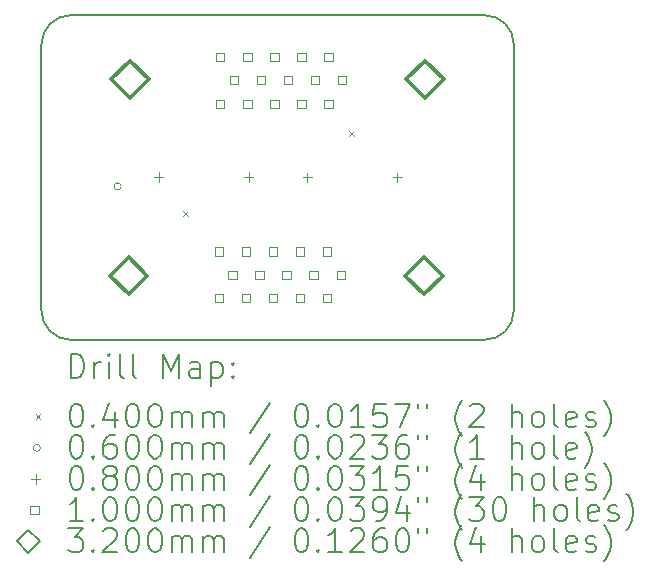
<source format=gbr>
%FSLAX45Y45*%
G04 Gerber Fmt 4.5, Leading zero omitted, Abs format (unit mm)*
G04 Created by KiCad (PCBNEW (6.0.2)) date 2022-07-31 16:51:35*
%MOMM*%
%LPD*%
G01*
G04 APERTURE LIST*
%TA.AperFunction,Profile*%
%ADD10C,0.200000*%
%TD*%
%ADD11C,0.200000*%
%ADD12C,0.040000*%
%ADD13C,0.060000*%
%ADD14C,0.080000*%
%ADD15C,0.100000*%
%ADD16C,0.320000*%
G04 APERTURE END LIST*
D10*
X12500000Y-10000000D02*
G75*
G03*
X12750000Y-10250000I250000J0D01*
G01*
X16250000Y-10250000D02*
G75*
G03*
X16500000Y-10000000I0J250000D01*
G01*
X16500000Y-7750000D02*
G75*
G03*
X16250000Y-7500000I-250000J0D01*
G01*
X12750000Y-7500000D02*
G75*
G03*
X12500000Y-7750000I0J-250000D01*
G01*
X12500000Y-10000000D02*
X12500000Y-7750000D01*
X16250000Y-10250000D02*
X12750000Y-10250000D01*
X16500000Y-7750000D02*
X16500000Y-10000000D01*
X12750000Y-7500000D02*
X16250000Y-7500000D01*
D11*
D12*
X13700232Y-9160825D02*
X13740232Y-9200825D01*
X13740232Y-9160825D02*
X13700232Y-9200825D01*
X15107175Y-8481877D02*
X15147175Y-8521877D01*
X15147175Y-8481877D02*
X15107175Y-8521877D01*
D13*
X13174323Y-8948823D02*
G75*
G03*
X13174323Y-8948823I-30000J0D01*
G01*
D14*
X13491825Y-8832057D02*
X13491825Y-8912057D01*
X13451825Y-8872057D02*
X13531825Y-8872057D01*
X14253825Y-8832057D02*
X14253825Y-8912057D01*
X14213825Y-8872057D02*
X14293825Y-8872057D01*
X14750965Y-8832825D02*
X14750965Y-8912825D01*
X14710965Y-8872825D02*
X14790965Y-8872825D01*
X15512965Y-8832825D02*
X15512965Y-8912825D01*
X15472965Y-8872825D02*
X15552965Y-8872825D01*
D15*
X14038456Y-9535356D02*
X14038456Y-9464644D01*
X13967744Y-9464644D01*
X13967744Y-9535356D01*
X14038456Y-9535356D01*
X14038456Y-9931356D02*
X14038456Y-9860644D01*
X13967744Y-9860644D01*
X13967744Y-9931356D01*
X14038456Y-9931356D01*
X14049356Y-7889356D02*
X14049356Y-7818644D01*
X13978644Y-7818644D01*
X13978644Y-7889356D01*
X14049356Y-7889356D01*
X14049356Y-8285356D02*
X14049356Y-8214644D01*
X13978644Y-8214644D01*
X13978644Y-8285356D01*
X14049356Y-8285356D01*
X14152956Y-9733356D02*
X14152956Y-9662644D01*
X14082244Y-9662644D01*
X14082244Y-9733356D01*
X14152956Y-9733356D01*
X14163856Y-8087356D02*
X14163856Y-8016644D01*
X14093144Y-8016644D01*
X14093144Y-8087356D01*
X14163856Y-8087356D01*
X14267456Y-9535356D02*
X14267456Y-9464644D01*
X14196744Y-9464644D01*
X14196744Y-9535356D01*
X14267456Y-9535356D01*
X14267456Y-9931356D02*
X14267456Y-9860644D01*
X14196744Y-9860644D01*
X14196744Y-9931356D01*
X14267456Y-9931356D01*
X14278356Y-7889356D02*
X14278356Y-7818644D01*
X14207644Y-7818644D01*
X14207644Y-7889356D01*
X14278356Y-7889356D01*
X14278356Y-8285356D02*
X14278356Y-8214644D01*
X14207644Y-8214644D01*
X14207644Y-8285356D01*
X14278356Y-8285356D01*
X14381956Y-9733356D02*
X14381956Y-9662644D01*
X14311244Y-9662644D01*
X14311244Y-9733356D01*
X14381956Y-9733356D01*
X14392856Y-8087356D02*
X14392856Y-8016644D01*
X14322144Y-8016644D01*
X14322144Y-8087356D01*
X14392856Y-8087356D01*
X14496456Y-9535356D02*
X14496456Y-9464644D01*
X14425744Y-9464644D01*
X14425744Y-9535356D01*
X14496456Y-9535356D01*
X14496456Y-9931356D02*
X14496456Y-9860644D01*
X14425744Y-9860644D01*
X14425744Y-9931356D01*
X14496456Y-9931356D01*
X14507356Y-7889356D02*
X14507356Y-7818644D01*
X14436644Y-7818644D01*
X14436644Y-7889356D01*
X14507356Y-7889356D01*
X14507356Y-8285356D02*
X14507356Y-8214644D01*
X14436644Y-8214644D01*
X14436644Y-8285356D01*
X14507356Y-8285356D01*
X14610956Y-9733356D02*
X14610956Y-9662644D01*
X14540244Y-9662644D01*
X14540244Y-9733356D01*
X14610956Y-9733356D01*
X14621856Y-8087356D02*
X14621856Y-8016644D01*
X14551144Y-8016644D01*
X14551144Y-8087356D01*
X14621856Y-8087356D01*
X14725456Y-9535356D02*
X14725456Y-9464644D01*
X14654744Y-9464644D01*
X14654744Y-9535356D01*
X14725456Y-9535356D01*
X14725456Y-9931356D02*
X14725456Y-9860644D01*
X14654744Y-9860644D01*
X14654744Y-9931356D01*
X14725456Y-9931356D01*
X14736356Y-7889356D02*
X14736356Y-7818644D01*
X14665644Y-7818644D01*
X14665644Y-7889356D01*
X14736356Y-7889356D01*
X14736356Y-8285356D02*
X14736356Y-8214644D01*
X14665644Y-8214644D01*
X14665644Y-8285356D01*
X14736356Y-8285356D01*
X14839956Y-9733356D02*
X14839956Y-9662644D01*
X14769244Y-9662644D01*
X14769244Y-9733356D01*
X14839956Y-9733356D01*
X14850856Y-8087356D02*
X14850856Y-8016644D01*
X14780144Y-8016644D01*
X14780144Y-8087356D01*
X14850856Y-8087356D01*
X14954456Y-9535356D02*
X14954456Y-9464644D01*
X14883744Y-9464644D01*
X14883744Y-9535356D01*
X14954456Y-9535356D01*
X14954456Y-9931356D02*
X14954456Y-9860644D01*
X14883744Y-9860644D01*
X14883744Y-9931356D01*
X14954456Y-9931356D01*
X14965356Y-7889356D02*
X14965356Y-7818644D01*
X14894644Y-7818644D01*
X14894644Y-7889356D01*
X14965356Y-7889356D01*
X14965356Y-8285356D02*
X14965356Y-8214644D01*
X14894644Y-8214644D01*
X14894644Y-8285356D01*
X14965356Y-8285356D01*
X15068956Y-9733356D02*
X15068956Y-9662644D01*
X14998244Y-9662644D01*
X14998244Y-9733356D01*
X15068956Y-9733356D01*
X15079856Y-8087356D02*
X15079856Y-8016644D01*
X15009144Y-8016644D01*
X15009144Y-8087356D01*
X15079856Y-8087356D01*
D16*
X13237600Y-9865000D02*
X13397600Y-9705000D01*
X13237600Y-9545000D01*
X13077600Y-9705000D01*
X13237600Y-9865000D01*
X13248500Y-8205000D02*
X13408500Y-8045000D01*
X13248500Y-7885000D01*
X13088500Y-8045000D01*
X13248500Y-8205000D01*
X15737600Y-9865000D02*
X15897600Y-9705000D01*
X15737600Y-9545000D01*
X15577600Y-9705000D01*
X15737600Y-9865000D01*
X15748500Y-8205000D02*
X15908500Y-8045000D01*
X15748500Y-7885000D01*
X15588500Y-8045000D01*
X15748500Y-8205000D01*
D11*
X12747619Y-10570476D02*
X12747619Y-10370476D01*
X12795238Y-10370476D01*
X12823809Y-10380000D01*
X12842857Y-10399048D01*
X12852381Y-10418095D01*
X12861905Y-10456190D01*
X12861905Y-10484762D01*
X12852381Y-10522857D01*
X12842857Y-10541905D01*
X12823809Y-10560952D01*
X12795238Y-10570476D01*
X12747619Y-10570476D01*
X12947619Y-10570476D02*
X12947619Y-10437143D01*
X12947619Y-10475238D02*
X12957143Y-10456190D01*
X12966667Y-10446667D01*
X12985714Y-10437143D01*
X13004762Y-10437143D01*
X13071428Y-10570476D02*
X13071428Y-10437143D01*
X13071428Y-10370476D02*
X13061905Y-10380000D01*
X13071428Y-10389524D01*
X13080952Y-10380000D01*
X13071428Y-10370476D01*
X13071428Y-10389524D01*
X13195238Y-10570476D02*
X13176190Y-10560952D01*
X13166667Y-10541905D01*
X13166667Y-10370476D01*
X13300000Y-10570476D02*
X13280952Y-10560952D01*
X13271428Y-10541905D01*
X13271428Y-10370476D01*
X13528571Y-10570476D02*
X13528571Y-10370476D01*
X13595238Y-10513333D01*
X13661905Y-10370476D01*
X13661905Y-10570476D01*
X13842857Y-10570476D02*
X13842857Y-10465714D01*
X13833333Y-10446667D01*
X13814286Y-10437143D01*
X13776190Y-10437143D01*
X13757143Y-10446667D01*
X13842857Y-10560952D02*
X13823809Y-10570476D01*
X13776190Y-10570476D01*
X13757143Y-10560952D01*
X13747619Y-10541905D01*
X13747619Y-10522857D01*
X13757143Y-10503810D01*
X13776190Y-10494286D01*
X13823809Y-10494286D01*
X13842857Y-10484762D01*
X13938095Y-10437143D02*
X13938095Y-10637143D01*
X13938095Y-10446667D02*
X13957143Y-10437143D01*
X13995238Y-10437143D01*
X14014286Y-10446667D01*
X14023809Y-10456190D01*
X14033333Y-10475238D01*
X14033333Y-10532381D01*
X14023809Y-10551429D01*
X14014286Y-10560952D01*
X13995238Y-10570476D01*
X13957143Y-10570476D01*
X13938095Y-10560952D01*
X14119048Y-10551429D02*
X14128571Y-10560952D01*
X14119048Y-10570476D01*
X14109524Y-10560952D01*
X14119048Y-10551429D01*
X14119048Y-10570476D01*
X14119048Y-10446667D02*
X14128571Y-10456190D01*
X14119048Y-10465714D01*
X14109524Y-10456190D01*
X14119048Y-10446667D01*
X14119048Y-10465714D01*
D12*
X12450000Y-10880000D02*
X12490000Y-10920000D01*
X12490000Y-10880000D02*
X12450000Y-10920000D01*
D11*
X12785714Y-10790476D02*
X12804762Y-10790476D01*
X12823809Y-10800000D01*
X12833333Y-10809524D01*
X12842857Y-10828571D01*
X12852381Y-10866667D01*
X12852381Y-10914286D01*
X12842857Y-10952381D01*
X12833333Y-10971429D01*
X12823809Y-10980952D01*
X12804762Y-10990476D01*
X12785714Y-10990476D01*
X12766667Y-10980952D01*
X12757143Y-10971429D01*
X12747619Y-10952381D01*
X12738095Y-10914286D01*
X12738095Y-10866667D01*
X12747619Y-10828571D01*
X12757143Y-10809524D01*
X12766667Y-10800000D01*
X12785714Y-10790476D01*
X12938095Y-10971429D02*
X12947619Y-10980952D01*
X12938095Y-10990476D01*
X12928571Y-10980952D01*
X12938095Y-10971429D01*
X12938095Y-10990476D01*
X13119048Y-10857143D02*
X13119048Y-10990476D01*
X13071428Y-10780952D02*
X13023809Y-10923810D01*
X13147619Y-10923810D01*
X13261905Y-10790476D02*
X13280952Y-10790476D01*
X13300000Y-10800000D01*
X13309524Y-10809524D01*
X13319048Y-10828571D01*
X13328571Y-10866667D01*
X13328571Y-10914286D01*
X13319048Y-10952381D01*
X13309524Y-10971429D01*
X13300000Y-10980952D01*
X13280952Y-10990476D01*
X13261905Y-10990476D01*
X13242857Y-10980952D01*
X13233333Y-10971429D01*
X13223809Y-10952381D01*
X13214286Y-10914286D01*
X13214286Y-10866667D01*
X13223809Y-10828571D01*
X13233333Y-10809524D01*
X13242857Y-10800000D01*
X13261905Y-10790476D01*
X13452381Y-10790476D02*
X13471428Y-10790476D01*
X13490476Y-10800000D01*
X13500000Y-10809524D01*
X13509524Y-10828571D01*
X13519048Y-10866667D01*
X13519048Y-10914286D01*
X13509524Y-10952381D01*
X13500000Y-10971429D01*
X13490476Y-10980952D01*
X13471428Y-10990476D01*
X13452381Y-10990476D01*
X13433333Y-10980952D01*
X13423809Y-10971429D01*
X13414286Y-10952381D01*
X13404762Y-10914286D01*
X13404762Y-10866667D01*
X13414286Y-10828571D01*
X13423809Y-10809524D01*
X13433333Y-10800000D01*
X13452381Y-10790476D01*
X13604762Y-10990476D02*
X13604762Y-10857143D01*
X13604762Y-10876190D02*
X13614286Y-10866667D01*
X13633333Y-10857143D01*
X13661905Y-10857143D01*
X13680952Y-10866667D01*
X13690476Y-10885714D01*
X13690476Y-10990476D01*
X13690476Y-10885714D02*
X13700000Y-10866667D01*
X13719048Y-10857143D01*
X13747619Y-10857143D01*
X13766667Y-10866667D01*
X13776190Y-10885714D01*
X13776190Y-10990476D01*
X13871428Y-10990476D02*
X13871428Y-10857143D01*
X13871428Y-10876190D02*
X13880952Y-10866667D01*
X13900000Y-10857143D01*
X13928571Y-10857143D01*
X13947619Y-10866667D01*
X13957143Y-10885714D01*
X13957143Y-10990476D01*
X13957143Y-10885714D02*
X13966667Y-10866667D01*
X13985714Y-10857143D01*
X14014286Y-10857143D01*
X14033333Y-10866667D01*
X14042857Y-10885714D01*
X14042857Y-10990476D01*
X14433333Y-10780952D02*
X14261905Y-11038095D01*
X14690476Y-10790476D02*
X14709524Y-10790476D01*
X14728571Y-10800000D01*
X14738095Y-10809524D01*
X14747619Y-10828571D01*
X14757143Y-10866667D01*
X14757143Y-10914286D01*
X14747619Y-10952381D01*
X14738095Y-10971429D01*
X14728571Y-10980952D01*
X14709524Y-10990476D01*
X14690476Y-10990476D01*
X14671428Y-10980952D01*
X14661905Y-10971429D01*
X14652381Y-10952381D01*
X14642857Y-10914286D01*
X14642857Y-10866667D01*
X14652381Y-10828571D01*
X14661905Y-10809524D01*
X14671428Y-10800000D01*
X14690476Y-10790476D01*
X14842857Y-10971429D02*
X14852381Y-10980952D01*
X14842857Y-10990476D01*
X14833333Y-10980952D01*
X14842857Y-10971429D01*
X14842857Y-10990476D01*
X14976190Y-10790476D02*
X14995238Y-10790476D01*
X15014286Y-10800000D01*
X15023809Y-10809524D01*
X15033333Y-10828571D01*
X15042857Y-10866667D01*
X15042857Y-10914286D01*
X15033333Y-10952381D01*
X15023809Y-10971429D01*
X15014286Y-10980952D01*
X14995238Y-10990476D01*
X14976190Y-10990476D01*
X14957143Y-10980952D01*
X14947619Y-10971429D01*
X14938095Y-10952381D01*
X14928571Y-10914286D01*
X14928571Y-10866667D01*
X14938095Y-10828571D01*
X14947619Y-10809524D01*
X14957143Y-10800000D01*
X14976190Y-10790476D01*
X15233333Y-10990476D02*
X15119048Y-10990476D01*
X15176190Y-10990476D02*
X15176190Y-10790476D01*
X15157143Y-10819048D01*
X15138095Y-10838095D01*
X15119048Y-10847619D01*
X15414286Y-10790476D02*
X15319048Y-10790476D01*
X15309524Y-10885714D01*
X15319048Y-10876190D01*
X15338095Y-10866667D01*
X15385714Y-10866667D01*
X15404762Y-10876190D01*
X15414286Y-10885714D01*
X15423809Y-10904762D01*
X15423809Y-10952381D01*
X15414286Y-10971429D01*
X15404762Y-10980952D01*
X15385714Y-10990476D01*
X15338095Y-10990476D01*
X15319048Y-10980952D01*
X15309524Y-10971429D01*
X15490476Y-10790476D02*
X15623809Y-10790476D01*
X15538095Y-10990476D01*
X15690476Y-10790476D02*
X15690476Y-10828571D01*
X15766667Y-10790476D02*
X15766667Y-10828571D01*
X16061905Y-11066667D02*
X16052381Y-11057143D01*
X16033333Y-11028571D01*
X16023809Y-11009524D01*
X16014286Y-10980952D01*
X16004762Y-10933333D01*
X16004762Y-10895238D01*
X16014286Y-10847619D01*
X16023809Y-10819048D01*
X16033333Y-10800000D01*
X16052381Y-10771429D01*
X16061905Y-10761905D01*
X16128571Y-10809524D02*
X16138095Y-10800000D01*
X16157143Y-10790476D01*
X16204762Y-10790476D01*
X16223809Y-10800000D01*
X16233333Y-10809524D01*
X16242857Y-10828571D01*
X16242857Y-10847619D01*
X16233333Y-10876190D01*
X16119048Y-10990476D01*
X16242857Y-10990476D01*
X16480952Y-10990476D02*
X16480952Y-10790476D01*
X16566667Y-10990476D02*
X16566667Y-10885714D01*
X16557143Y-10866667D01*
X16538095Y-10857143D01*
X16509524Y-10857143D01*
X16490476Y-10866667D01*
X16480952Y-10876190D01*
X16690476Y-10990476D02*
X16671428Y-10980952D01*
X16661905Y-10971429D01*
X16652381Y-10952381D01*
X16652381Y-10895238D01*
X16661905Y-10876190D01*
X16671428Y-10866667D01*
X16690476Y-10857143D01*
X16719048Y-10857143D01*
X16738095Y-10866667D01*
X16747619Y-10876190D01*
X16757143Y-10895238D01*
X16757143Y-10952381D01*
X16747619Y-10971429D01*
X16738095Y-10980952D01*
X16719048Y-10990476D01*
X16690476Y-10990476D01*
X16871429Y-10990476D02*
X16852381Y-10980952D01*
X16842857Y-10961905D01*
X16842857Y-10790476D01*
X17023810Y-10980952D02*
X17004762Y-10990476D01*
X16966667Y-10990476D01*
X16947619Y-10980952D01*
X16938095Y-10961905D01*
X16938095Y-10885714D01*
X16947619Y-10866667D01*
X16966667Y-10857143D01*
X17004762Y-10857143D01*
X17023810Y-10866667D01*
X17033333Y-10885714D01*
X17033333Y-10904762D01*
X16938095Y-10923810D01*
X17109524Y-10980952D02*
X17128571Y-10990476D01*
X17166667Y-10990476D01*
X17185714Y-10980952D01*
X17195238Y-10961905D01*
X17195238Y-10952381D01*
X17185714Y-10933333D01*
X17166667Y-10923810D01*
X17138095Y-10923810D01*
X17119048Y-10914286D01*
X17109524Y-10895238D01*
X17109524Y-10885714D01*
X17119048Y-10866667D01*
X17138095Y-10857143D01*
X17166667Y-10857143D01*
X17185714Y-10866667D01*
X17261905Y-11066667D02*
X17271429Y-11057143D01*
X17290476Y-11028571D01*
X17300000Y-11009524D01*
X17309524Y-10980952D01*
X17319048Y-10933333D01*
X17319048Y-10895238D01*
X17309524Y-10847619D01*
X17300000Y-10819048D01*
X17290476Y-10800000D01*
X17271429Y-10771429D01*
X17261905Y-10761905D01*
D13*
X12490000Y-11164000D02*
G75*
G03*
X12490000Y-11164000I-30000J0D01*
G01*
D11*
X12785714Y-11054476D02*
X12804762Y-11054476D01*
X12823809Y-11064000D01*
X12833333Y-11073524D01*
X12842857Y-11092571D01*
X12852381Y-11130667D01*
X12852381Y-11178286D01*
X12842857Y-11216381D01*
X12833333Y-11235428D01*
X12823809Y-11244952D01*
X12804762Y-11254476D01*
X12785714Y-11254476D01*
X12766667Y-11244952D01*
X12757143Y-11235428D01*
X12747619Y-11216381D01*
X12738095Y-11178286D01*
X12738095Y-11130667D01*
X12747619Y-11092571D01*
X12757143Y-11073524D01*
X12766667Y-11064000D01*
X12785714Y-11054476D01*
X12938095Y-11235428D02*
X12947619Y-11244952D01*
X12938095Y-11254476D01*
X12928571Y-11244952D01*
X12938095Y-11235428D01*
X12938095Y-11254476D01*
X13119048Y-11054476D02*
X13080952Y-11054476D01*
X13061905Y-11064000D01*
X13052381Y-11073524D01*
X13033333Y-11102095D01*
X13023809Y-11140190D01*
X13023809Y-11216381D01*
X13033333Y-11235428D01*
X13042857Y-11244952D01*
X13061905Y-11254476D01*
X13100000Y-11254476D01*
X13119048Y-11244952D01*
X13128571Y-11235428D01*
X13138095Y-11216381D01*
X13138095Y-11168762D01*
X13128571Y-11149714D01*
X13119048Y-11140190D01*
X13100000Y-11130667D01*
X13061905Y-11130667D01*
X13042857Y-11140190D01*
X13033333Y-11149714D01*
X13023809Y-11168762D01*
X13261905Y-11054476D02*
X13280952Y-11054476D01*
X13300000Y-11064000D01*
X13309524Y-11073524D01*
X13319048Y-11092571D01*
X13328571Y-11130667D01*
X13328571Y-11178286D01*
X13319048Y-11216381D01*
X13309524Y-11235428D01*
X13300000Y-11244952D01*
X13280952Y-11254476D01*
X13261905Y-11254476D01*
X13242857Y-11244952D01*
X13233333Y-11235428D01*
X13223809Y-11216381D01*
X13214286Y-11178286D01*
X13214286Y-11130667D01*
X13223809Y-11092571D01*
X13233333Y-11073524D01*
X13242857Y-11064000D01*
X13261905Y-11054476D01*
X13452381Y-11054476D02*
X13471428Y-11054476D01*
X13490476Y-11064000D01*
X13500000Y-11073524D01*
X13509524Y-11092571D01*
X13519048Y-11130667D01*
X13519048Y-11178286D01*
X13509524Y-11216381D01*
X13500000Y-11235428D01*
X13490476Y-11244952D01*
X13471428Y-11254476D01*
X13452381Y-11254476D01*
X13433333Y-11244952D01*
X13423809Y-11235428D01*
X13414286Y-11216381D01*
X13404762Y-11178286D01*
X13404762Y-11130667D01*
X13414286Y-11092571D01*
X13423809Y-11073524D01*
X13433333Y-11064000D01*
X13452381Y-11054476D01*
X13604762Y-11254476D02*
X13604762Y-11121143D01*
X13604762Y-11140190D02*
X13614286Y-11130667D01*
X13633333Y-11121143D01*
X13661905Y-11121143D01*
X13680952Y-11130667D01*
X13690476Y-11149714D01*
X13690476Y-11254476D01*
X13690476Y-11149714D02*
X13700000Y-11130667D01*
X13719048Y-11121143D01*
X13747619Y-11121143D01*
X13766667Y-11130667D01*
X13776190Y-11149714D01*
X13776190Y-11254476D01*
X13871428Y-11254476D02*
X13871428Y-11121143D01*
X13871428Y-11140190D02*
X13880952Y-11130667D01*
X13900000Y-11121143D01*
X13928571Y-11121143D01*
X13947619Y-11130667D01*
X13957143Y-11149714D01*
X13957143Y-11254476D01*
X13957143Y-11149714D02*
X13966667Y-11130667D01*
X13985714Y-11121143D01*
X14014286Y-11121143D01*
X14033333Y-11130667D01*
X14042857Y-11149714D01*
X14042857Y-11254476D01*
X14433333Y-11044952D02*
X14261905Y-11302095D01*
X14690476Y-11054476D02*
X14709524Y-11054476D01*
X14728571Y-11064000D01*
X14738095Y-11073524D01*
X14747619Y-11092571D01*
X14757143Y-11130667D01*
X14757143Y-11178286D01*
X14747619Y-11216381D01*
X14738095Y-11235428D01*
X14728571Y-11244952D01*
X14709524Y-11254476D01*
X14690476Y-11254476D01*
X14671428Y-11244952D01*
X14661905Y-11235428D01*
X14652381Y-11216381D01*
X14642857Y-11178286D01*
X14642857Y-11130667D01*
X14652381Y-11092571D01*
X14661905Y-11073524D01*
X14671428Y-11064000D01*
X14690476Y-11054476D01*
X14842857Y-11235428D02*
X14852381Y-11244952D01*
X14842857Y-11254476D01*
X14833333Y-11244952D01*
X14842857Y-11235428D01*
X14842857Y-11254476D01*
X14976190Y-11054476D02*
X14995238Y-11054476D01*
X15014286Y-11064000D01*
X15023809Y-11073524D01*
X15033333Y-11092571D01*
X15042857Y-11130667D01*
X15042857Y-11178286D01*
X15033333Y-11216381D01*
X15023809Y-11235428D01*
X15014286Y-11244952D01*
X14995238Y-11254476D01*
X14976190Y-11254476D01*
X14957143Y-11244952D01*
X14947619Y-11235428D01*
X14938095Y-11216381D01*
X14928571Y-11178286D01*
X14928571Y-11130667D01*
X14938095Y-11092571D01*
X14947619Y-11073524D01*
X14957143Y-11064000D01*
X14976190Y-11054476D01*
X15119048Y-11073524D02*
X15128571Y-11064000D01*
X15147619Y-11054476D01*
X15195238Y-11054476D01*
X15214286Y-11064000D01*
X15223809Y-11073524D01*
X15233333Y-11092571D01*
X15233333Y-11111619D01*
X15223809Y-11140190D01*
X15109524Y-11254476D01*
X15233333Y-11254476D01*
X15300000Y-11054476D02*
X15423809Y-11054476D01*
X15357143Y-11130667D01*
X15385714Y-11130667D01*
X15404762Y-11140190D01*
X15414286Y-11149714D01*
X15423809Y-11168762D01*
X15423809Y-11216381D01*
X15414286Y-11235428D01*
X15404762Y-11244952D01*
X15385714Y-11254476D01*
X15328571Y-11254476D01*
X15309524Y-11244952D01*
X15300000Y-11235428D01*
X15595238Y-11054476D02*
X15557143Y-11054476D01*
X15538095Y-11064000D01*
X15528571Y-11073524D01*
X15509524Y-11102095D01*
X15500000Y-11140190D01*
X15500000Y-11216381D01*
X15509524Y-11235428D01*
X15519048Y-11244952D01*
X15538095Y-11254476D01*
X15576190Y-11254476D01*
X15595238Y-11244952D01*
X15604762Y-11235428D01*
X15614286Y-11216381D01*
X15614286Y-11168762D01*
X15604762Y-11149714D01*
X15595238Y-11140190D01*
X15576190Y-11130667D01*
X15538095Y-11130667D01*
X15519048Y-11140190D01*
X15509524Y-11149714D01*
X15500000Y-11168762D01*
X15690476Y-11054476D02*
X15690476Y-11092571D01*
X15766667Y-11054476D02*
X15766667Y-11092571D01*
X16061905Y-11330667D02*
X16052381Y-11321143D01*
X16033333Y-11292571D01*
X16023809Y-11273524D01*
X16014286Y-11244952D01*
X16004762Y-11197333D01*
X16004762Y-11159238D01*
X16014286Y-11111619D01*
X16023809Y-11083048D01*
X16033333Y-11064000D01*
X16052381Y-11035429D01*
X16061905Y-11025905D01*
X16242857Y-11254476D02*
X16128571Y-11254476D01*
X16185714Y-11254476D02*
X16185714Y-11054476D01*
X16166667Y-11083048D01*
X16147619Y-11102095D01*
X16128571Y-11111619D01*
X16480952Y-11254476D02*
X16480952Y-11054476D01*
X16566667Y-11254476D02*
X16566667Y-11149714D01*
X16557143Y-11130667D01*
X16538095Y-11121143D01*
X16509524Y-11121143D01*
X16490476Y-11130667D01*
X16480952Y-11140190D01*
X16690476Y-11254476D02*
X16671428Y-11244952D01*
X16661905Y-11235428D01*
X16652381Y-11216381D01*
X16652381Y-11159238D01*
X16661905Y-11140190D01*
X16671428Y-11130667D01*
X16690476Y-11121143D01*
X16719048Y-11121143D01*
X16738095Y-11130667D01*
X16747619Y-11140190D01*
X16757143Y-11159238D01*
X16757143Y-11216381D01*
X16747619Y-11235428D01*
X16738095Y-11244952D01*
X16719048Y-11254476D01*
X16690476Y-11254476D01*
X16871429Y-11254476D02*
X16852381Y-11244952D01*
X16842857Y-11225905D01*
X16842857Y-11054476D01*
X17023810Y-11244952D02*
X17004762Y-11254476D01*
X16966667Y-11254476D01*
X16947619Y-11244952D01*
X16938095Y-11225905D01*
X16938095Y-11149714D01*
X16947619Y-11130667D01*
X16966667Y-11121143D01*
X17004762Y-11121143D01*
X17023810Y-11130667D01*
X17033333Y-11149714D01*
X17033333Y-11168762D01*
X16938095Y-11187809D01*
X17100000Y-11330667D02*
X17109524Y-11321143D01*
X17128571Y-11292571D01*
X17138095Y-11273524D01*
X17147619Y-11244952D01*
X17157143Y-11197333D01*
X17157143Y-11159238D01*
X17147619Y-11111619D01*
X17138095Y-11083048D01*
X17128571Y-11064000D01*
X17109524Y-11035429D01*
X17100000Y-11025905D01*
D14*
X12450000Y-11388000D02*
X12450000Y-11468000D01*
X12410000Y-11428000D02*
X12490000Y-11428000D01*
D11*
X12785714Y-11318476D02*
X12804762Y-11318476D01*
X12823809Y-11328000D01*
X12833333Y-11337524D01*
X12842857Y-11356571D01*
X12852381Y-11394667D01*
X12852381Y-11442286D01*
X12842857Y-11480381D01*
X12833333Y-11499428D01*
X12823809Y-11508952D01*
X12804762Y-11518476D01*
X12785714Y-11518476D01*
X12766667Y-11508952D01*
X12757143Y-11499428D01*
X12747619Y-11480381D01*
X12738095Y-11442286D01*
X12738095Y-11394667D01*
X12747619Y-11356571D01*
X12757143Y-11337524D01*
X12766667Y-11328000D01*
X12785714Y-11318476D01*
X12938095Y-11499428D02*
X12947619Y-11508952D01*
X12938095Y-11518476D01*
X12928571Y-11508952D01*
X12938095Y-11499428D01*
X12938095Y-11518476D01*
X13061905Y-11404190D02*
X13042857Y-11394667D01*
X13033333Y-11385143D01*
X13023809Y-11366095D01*
X13023809Y-11356571D01*
X13033333Y-11337524D01*
X13042857Y-11328000D01*
X13061905Y-11318476D01*
X13100000Y-11318476D01*
X13119048Y-11328000D01*
X13128571Y-11337524D01*
X13138095Y-11356571D01*
X13138095Y-11366095D01*
X13128571Y-11385143D01*
X13119048Y-11394667D01*
X13100000Y-11404190D01*
X13061905Y-11404190D01*
X13042857Y-11413714D01*
X13033333Y-11423238D01*
X13023809Y-11442286D01*
X13023809Y-11480381D01*
X13033333Y-11499428D01*
X13042857Y-11508952D01*
X13061905Y-11518476D01*
X13100000Y-11518476D01*
X13119048Y-11508952D01*
X13128571Y-11499428D01*
X13138095Y-11480381D01*
X13138095Y-11442286D01*
X13128571Y-11423238D01*
X13119048Y-11413714D01*
X13100000Y-11404190D01*
X13261905Y-11318476D02*
X13280952Y-11318476D01*
X13300000Y-11328000D01*
X13309524Y-11337524D01*
X13319048Y-11356571D01*
X13328571Y-11394667D01*
X13328571Y-11442286D01*
X13319048Y-11480381D01*
X13309524Y-11499428D01*
X13300000Y-11508952D01*
X13280952Y-11518476D01*
X13261905Y-11518476D01*
X13242857Y-11508952D01*
X13233333Y-11499428D01*
X13223809Y-11480381D01*
X13214286Y-11442286D01*
X13214286Y-11394667D01*
X13223809Y-11356571D01*
X13233333Y-11337524D01*
X13242857Y-11328000D01*
X13261905Y-11318476D01*
X13452381Y-11318476D02*
X13471428Y-11318476D01*
X13490476Y-11328000D01*
X13500000Y-11337524D01*
X13509524Y-11356571D01*
X13519048Y-11394667D01*
X13519048Y-11442286D01*
X13509524Y-11480381D01*
X13500000Y-11499428D01*
X13490476Y-11508952D01*
X13471428Y-11518476D01*
X13452381Y-11518476D01*
X13433333Y-11508952D01*
X13423809Y-11499428D01*
X13414286Y-11480381D01*
X13404762Y-11442286D01*
X13404762Y-11394667D01*
X13414286Y-11356571D01*
X13423809Y-11337524D01*
X13433333Y-11328000D01*
X13452381Y-11318476D01*
X13604762Y-11518476D02*
X13604762Y-11385143D01*
X13604762Y-11404190D02*
X13614286Y-11394667D01*
X13633333Y-11385143D01*
X13661905Y-11385143D01*
X13680952Y-11394667D01*
X13690476Y-11413714D01*
X13690476Y-11518476D01*
X13690476Y-11413714D02*
X13700000Y-11394667D01*
X13719048Y-11385143D01*
X13747619Y-11385143D01*
X13766667Y-11394667D01*
X13776190Y-11413714D01*
X13776190Y-11518476D01*
X13871428Y-11518476D02*
X13871428Y-11385143D01*
X13871428Y-11404190D02*
X13880952Y-11394667D01*
X13900000Y-11385143D01*
X13928571Y-11385143D01*
X13947619Y-11394667D01*
X13957143Y-11413714D01*
X13957143Y-11518476D01*
X13957143Y-11413714D02*
X13966667Y-11394667D01*
X13985714Y-11385143D01*
X14014286Y-11385143D01*
X14033333Y-11394667D01*
X14042857Y-11413714D01*
X14042857Y-11518476D01*
X14433333Y-11308952D02*
X14261905Y-11566095D01*
X14690476Y-11318476D02*
X14709524Y-11318476D01*
X14728571Y-11328000D01*
X14738095Y-11337524D01*
X14747619Y-11356571D01*
X14757143Y-11394667D01*
X14757143Y-11442286D01*
X14747619Y-11480381D01*
X14738095Y-11499428D01*
X14728571Y-11508952D01*
X14709524Y-11518476D01*
X14690476Y-11518476D01*
X14671428Y-11508952D01*
X14661905Y-11499428D01*
X14652381Y-11480381D01*
X14642857Y-11442286D01*
X14642857Y-11394667D01*
X14652381Y-11356571D01*
X14661905Y-11337524D01*
X14671428Y-11328000D01*
X14690476Y-11318476D01*
X14842857Y-11499428D02*
X14852381Y-11508952D01*
X14842857Y-11518476D01*
X14833333Y-11508952D01*
X14842857Y-11499428D01*
X14842857Y-11518476D01*
X14976190Y-11318476D02*
X14995238Y-11318476D01*
X15014286Y-11328000D01*
X15023809Y-11337524D01*
X15033333Y-11356571D01*
X15042857Y-11394667D01*
X15042857Y-11442286D01*
X15033333Y-11480381D01*
X15023809Y-11499428D01*
X15014286Y-11508952D01*
X14995238Y-11518476D01*
X14976190Y-11518476D01*
X14957143Y-11508952D01*
X14947619Y-11499428D01*
X14938095Y-11480381D01*
X14928571Y-11442286D01*
X14928571Y-11394667D01*
X14938095Y-11356571D01*
X14947619Y-11337524D01*
X14957143Y-11328000D01*
X14976190Y-11318476D01*
X15109524Y-11318476D02*
X15233333Y-11318476D01*
X15166667Y-11394667D01*
X15195238Y-11394667D01*
X15214286Y-11404190D01*
X15223809Y-11413714D01*
X15233333Y-11432762D01*
X15233333Y-11480381D01*
X15223809Y-11499428D01*
X15214286Y-11508952D01*
X15195238Y-11518476D01*
X15138095Y-11518476D01*
X15119048Y-11508952D01*
X15109524Y-11499428D01*
X15423809Y-11518476D02*
X15309524Y-11518476D01*
X15366667Y-11518476D02*
X15366667Y-11318476D01*
X15347619Y-11347048D01*
X15328571Y-11366095D01*
X15309524Y-11375619D01*
X15604762Y-11318476D02*
X15509524Y-11318476D01*
X15500000Y-11413714D01*
X15509524Y-11404190D01*
X15528571Y-11394667D01*
X15576190Y-11394667D01*
X15595238Y-11404190D01*
X15604762Y-11413714D01*
X15614286Y-11432762D01*
X15614286Y-11480381D01*
X15604762Y-11499428D01*
X15595238Y-11508952D01*
X15576190Y-11518476D01*
X15528571Y-11518476D01*
X15509524Y-11508952D01*
X15500000Y-11499428D01*
X15690476Y-11318476D02*
X15690476Y-11356571D01*
X15766667Y-11318476D02*
X15766667Y-11356571D01*
X16061905Y-11594667D02*
X16052381Y-11585143D01*
X16033333Y-11556571D01*
X16023809Y-11537524D01*
X16014286Y-11508952D01*
X16004762Y-11461333D01*
X16004762Y-11423238D01*
X16014286Y-11375619D01*
X16023809Y-11347048D01*
X16033333Y-11328000D01*
X16052381Y-11299428D01*
X16061905Y-11289905D01*
X16223809Y-11385143D02*
X16223809Y-11518476D01*
X16176190Y-11308952D02*
X16128571Y-11451809D01*
X16252381Y-11451809D01*
X16480952Y-11518476D02*
X16480952Y-11318476D01*
X16566667Y-11518476D02*
X16566667Y-11413714D01*
X16557143Y-11394667D01*
X16538095Y-11385143D01*
X16509524Y-11385143D01*
X16490476Y-11394667D01*
X16480952Y-11404190D01*
X16690476Y-11518476D02*
X16671428Y-11508952D01*
X16661905Y-11499428D01*
X16652381Y-11480381D01*
X16652381Y-11423238D01*
X16661905Y-11404190D01*
X16671428Y-11394667D01*
X16690476Y-11385143D01*
X16719048Y-11385143D01*
X16738095Y-11394667D01*
X16747619Y-11404190D01*
X16757143Y-11423238D01*
X16757143Y-11480381D01*
X16747619Y-11499428D01*
X16738095Y-11508952D01*
X16719048Y-11518476D01*
X16690476Y-11518476D01*
X16871429Y-11518476D02*
X16852381Y-11508952D01*
X16842857Y-11489905D01*
X16842857Y-11318476D01*
X17023810Y-11508952D02*
X17004762Y-11518476D01*
X16966667Y-11518476D01*
X16947619Y-11508952D01*
X16938095Y-11489905D01*
X16938095Y-11413714D01*
X16947619Y-11394667D01*
X16966667Y-11385143D01*
X17004762Y-11385143D01*
X17023810Y-11394667D01*
X17033333Y-11413714D01*
X17033333Y-11432762D01*
X16938095Y-11451809D01*
X17109524Y-11508952D02*
X17128571Y-11518476D01*
X17166667Y-11518476D01*
X17185714Y-11508952D01*
X17195238Y-11489905D01*
X17195238Y-11480381D01*
X17185714Y-11461333D01*
X17166667Y-11451809D01*
X17138095Y-11451809D01*
X17119048Y-11442286D01*
X17109524Y-11423238D01*
X17109524Y-11413714D01*
X17119048Y-11394667D01*
X17138095Y-11385143D01*
X17166667Y-11385143D01*
X17185714Y-11394667D01*
X17261905Y-11594667D02*
X17271429Y-11585143D01*
X17290476Y-11556571D01*
X17300000Y-11537524D01*
X17309524Y-11508952D01*
X17319048Y-11461333D01*
X17319048Y-11423238D01*
X17309524Y-11375619D01*
X17300000Y-11347048D01*
X17290476Y-11328000D01*
X17271429Y-11299428D01*
X17261905Y-11289905D01*
D15*
X12475356Y-11727356D02*
X12475356Y-11656644D01*
X12404644Y-11656644D01*
X12404644Y-11727356D01*
X12475356Y-11727356D01*
D11*
X12852381Y-11782476D02*
X12738095Y-11782476D01*
X12795238Y-11782476D02*
X12795238Y-11582476D01*
X12776190Y-11611048D01*
X12757143Y-11630095D01*
X12738095Y-11639619D01*
X12938095Y-11763428D02*
X12947619Y-11772952D01*
X12938095Y-11782476D01*
X12928571Y-11772952D01*
X12938095Y-11763428D01*
X12938095Y-11782476D01*
X13071428Y-11582476D02*
X13090476Y-11582476D01*
X13109524Y-11592000D01*
X13119048Y-11601524D01*
X13128571Y-11620571D01*
X13138095Y-11658667D01*
X13138095Y-11706286D01*
X13128571Y-11744381D01*
X13119048Y-11763428D01*
X13109524Y-11772952D01*
X13090476Y-11782476D01*
X13071428Y-11782476D01*
X13052381Y-11772952D01*
X13042857Y-11763428D01*
X13033333Y-11744381D01*
X13023809Y-11706286D01*
X13023809Y-11658667D01*
X13033333Y-11620571D01*
X13042857Y-11601524D01*
X13052381Y-11592000D01*
X13071428Y-11582476D01*
X13261905Y-11582476D02*
X13280952Y-11582476D01*
X13300000Y-11592000D01*
X13309524Y-11601524D01*
X13319048Y-11620571D01*
X13328571Y-11658667D01*
X13328571Y-11706286D01*
X13319048Y-11744381D01*
X13309524Y-11763428D01*
X13300000Y-11772952D01*
X13280952Y-11782476D01*
X13261905Y-11782476D01*
X13242857Y-11772952D01*
X13233333Y-11763428D01*
X13223809Y-11744381D01*
X13214286Y-11706286D01*
X13214286Y-11658667D01*
X13223809Y-11620571D01*
X13233333Y-11601524D01*
X13242857Y-11592000D01*
X13261905Y-11582476D01*
X13452381Y-11582476D02*
X13471428Y-11582476D01*
X13490476Y-11592000D01*
X13500000Y-11601524D01*
X13509524Y-11620571D01*
X13519048Y-11658667D01*
X13519048Y-11706286D01*
X13509524Y-11744381D01*
X13500000Y-11763428D01*
X13490476Y-11772952D01*
X13471428Y-11782476D01*
X13452381Y-11782476D01*
X13433333Y-11772952D01*
X13423809Y-11763428D01*
X13414286Y-11744381D01*
X13404762Y-11706286D01*
X13404762Y-11658667D01*
X13414286Y-11620571D01*
X13423809Y-11601524D01*
X13433333Y-11592000D01*
X13452381Y-11582476D01*
X13604762Y-11782476D02*
X13604762Y-11649143D01*
X13604762Y-11668190D02*
X13614286Y-11658667D01*
X13633333Y-11649143D01*
X13661905Y-11649143D01*
X13680952Y-11658667D01*
X13690476Y-11677714D01*
X13690476Y-11782476D01*
X13690476Y-11677714D02*
X13700000Y-11658667D01*
X13719048Y-11649143D01*
X13747619Y-11649143D01*
X13766667Y-11658667D01*
X13776190Y-11677714D01*
X13776190Y-11782476D01*
X13871428Y-11782476D02*
X13871428Y-11649143D01*
X13871428Y-11668190D02*
X13880952Y-11658667D01*
X13900000Y-11649143D01*
X13928571Y-11649143D01*
X13947619Y-11658667D01*
X13957143Y-11677714D01*
X13957143Y-11782476D01*
X13957143Y-11677714D02*
X13966667Y-11658667D01*
X13985714Y-11649143D01*
X14014286Y-11649143D01*
X14033333Y-11658667D01*
X14042857Y-11677714D01*
X14042857Y-11782476D01*
X14433333Y-11572952D02*
X14261905Y-11830095D01*
X14690476Y-11582476D02*
X14709524Y-11582476D01*
X14728571Y-11592000D01*
X14738095Y-11601524D01*
X14747619Y-11620571D01*
X14757143Y-11658667D01*
X14757143Y-11706286D01*
X14747619Y-11744381D01*
X14738095Y-11763428D01*
X14728571Y-11772952D01*
X14709524Y-11782476D01*
X14690476Y-11782476D01*
X14671428Y-11772952D01*
X14661905Y-11763428D01*
X14652381Y-11744381D01*
X14642857Y-11706286D01*
X14642857Y-11658667D01*
X14652381Y-11620571D01*
X14661905Y-11601524D01*
X14671428Y-11592000D01*
X14690476Y-11582476D01*
X14842857Y-11763428D02*
X14852381Y-11772952D01*
X14842857Y-11782476D01*
X14833333Y-11772952D01*
X14842857Y-11763428D01*
X14842857Y-11782476D01*
X14976190Y-11582476D02*
X14995238Y-11582476D01*
X15014286Y-11592000D01*
X15023809Y-11601524D01*
X15033333Y-11620571D01*
X15042857Y-11658667D01*
X15042857Y-11706286D01*
X15033333Y-11744381D01*
X15023809Y-11763428D01*
X15014286Y-11772952D01*
X14995238Y-11782476D01*
X14976190Y-11782476D01*
X14957143Y-11772952D01*
X14947619Y-11763428D01*
X14938095Y-11744381D01*
X14928571Y-11706286D01*
X14928571Y-11658667D01*
X14938095Y-11620571D01*
X14947619Y-11601524D01*
X14957143Y-11592000D01*
X14976190Y-11582476D01*
X15109524Y-11582476D02*
X15233333Y-11582476D01*
X15166667Y-11658667D01*
X15195238Y-11658667D01*
X15214286Y-11668190D01*
X15223809Y-11677714D01*
X15233333Y-11696762D01*
X15233333Y-11744381D01*
X15223809Y-11763428D01*
X15214286Y-11772952D01*
X15195238Y-11782476D01*
X15138095Y-11782476D01*
X15119048Y-11772952D01*
X15109524Y-11763428D01*
X15328571Y-11782476D02*
X15366667Y-11782476D01*
X15385714Y-11772952D01*
X15395238Y-11763428D01*
X15414286Y-11734857D01*
X15423809Y-11696762D01*
X15423809Y-11620571D01*
X15414286Y-11601524D01*
X15404762Y-11592000D01*
X15385714Y-11582476D01*
X15347619Y-11582476D01*
X15328571Y-11592000D01*
X15319048Y-11601524D01*
X15309524Y-11620571D01*
X15309524Y-11668190D01*
X15319048Y-11687238D01*
X15328571Y-11696762D01*
X15347619Y-11706286D01*
X15385714Y-11706286D01*
X15404762Y-11696762D01*
X15414286Y-11687238D01*
X15423809Y-11668190D01*
X15595238Y-11649143D02*
X15595238Y-11782476D01*
X15547619Y-11572952D02*
X15500000Y-11715809D01*
X15623809Y-11715809D01*
X15690476Y-11582476D02*
X15690476Y-11620571D01*
X15766667Y-11582476D02*
X15766667Y-11620571D01*
X16061905Y-11858667D02*
X16052381Y-11849143D01*
X16033333Y-11820571D01*
X16023809Y-11801524D01*
X16014286Y-11772952D01*
X16004762Y-11725333D01*
X16004762Y-11687238D01*
X16014286Y-11639619D01*
X16023809Y-11611048D01*
X16033333Y-11592000D01*
X16052381Y-11563428D01*
X16061905Y-11553905D01*
X16119048Y-11582476D02*
X16242857Y-11582476D01*
X16176190Y-11658667D01*
X16204762Y-11658667D01*
X16223809Y-11668190D01*
X16233333Y-11677714D01*
X16242857Y-11696762D01*
X16242857Y-11744381D01*
X16233333Y-11763428D01*
X16223809Y-11772952D01*
X16204762Y-11782476D01*
X16147619Y-11782476D01*
X16128571Y-11772952D01*
X16119048Y-11763428D01*
X16366667Y-11582476D02*
X16385714Y-11582476D01*
X16404762Y-11592000D01*
X16414286Y-11601524D01*
X16423809Y-11620571D01*
X16433333Y-11658667D01*
X16433333Y-11706286D01*
X16423809Y-11744381D01*
X16414286Y-11763428D01*
X16404762Y-11772952D01*
X16385714Y-11782476D01*
X16366667Y-11782476D01*
X16347619Y-11772952D01*
X16338095Y-11763428D01*
X16328571Y-11744381D01*
X16319048Y-11706286D01*
X16319048Y-11658667D01*
X16328571Y-11620571D01*
X16338095Y-11601524D01*
X16347619Y-11592000D01*
X16366667Y-11582476D01*
X16671428Y-11782476D02*
X16671428Y-11582476D01*
X16757143Y-11782476D02*
X16757143Y-11677714D01*
X16747619Y-11658667D01*
X16728571Y-11649143D01*
X16700000Y-11649143D01*
X16680952Y-11658667D01*
X16671428Y-11668190D01*
X16880952Y-11782476D02*
X16861905Y-11772952D01*
X16852381Y-11763428D01*
X16842857Y-11744381D01*
X16842857Y-11687238D01*
X16852381Y-11668190D01*
X16861905Y-11658667D01*
X16880952Y-11649143D01*
X16909524Y-11649143D01*
X16928571Y-11658667D01*
X16938095Y-11668190D01*
X16947619Y-11687238D01*
X16947619Y-11744381D01*
X16938095Y-11763428D01*
X16928571Y-11772952D01*
X16909524Y-11782476D01*
X16880952Y-11782476D01*
X17061905Y-11782476D02*
X17042857Y-11772952D01*
X17033333Y-11753905D01*
X17033333Y-11582476D01*
X17214286Y-11772952D02*
X17195238Y-11782476D01*
X17157143Y-11782476D01*
X17138095Y-11772952D01*
X17128571Y-11753905D01*
X17128571Y-11677714D01*
X17138095Y-11658667D01*
X17157143Y-11649143D01*
X17195238Y-11649143D01*
X17214286Y-11658667D01*
X17223810Y-11677714D01*
X17223810Y-11696762D01*
X17128571Y-11715809D01*
X17300000Y-11772952D02*
X17319048Y-11782476D01*
X17357143Y-11782476D01*
X17376190Y-11772952D01*
X17385714Y-11753905D01*
X17385714Y-11744381D01*
X17376190Y-11725333D01*
X17357143Y-11715809D01*
X17328571Y-11715809D01*
X17309524Y-11706286D01*
X17300000Y-11687238D01*
X17300000Y-11677714D01*
X17309524Y-11658667D01*
X17328571Y-11649143D01*
X17357143Y-11649143D01*
X17376190Y-11658667D01*
X17452381Y-11858667D02*
X17461905Y-11849143D01*
X17480952Y-11820571D01*
X17490476Y-11801524D01*
X17500000Y-11772952D01*
X17509524Y-11725333D01*
X17509524Y-11687238D01*
X17500000Y-11639619D01*
X17490476Y-11611048D01*
X17480952Y-11592000D01*
X17461905Y-11563428D01*
X17452381Y-11553905D01*
X12390000Y-12056000D02*
X12490000Y-11956000D01*
X12390000Y-11856000D01*
X12290000Y-11956000D01*
X12390000Y-12056000D01*
X12728571Y-11846476D02*
X12852381Y-11846476D01*
X12785714Y-11922667D01*
X12814286Y-11922667D01*
X12833333Y-11932190D01*
X12842857Y-11941714D01*
X12852381Y-11960762D01*
X12852381Y-12008381D01*
X12842857Y-12027428D01*
X12833333Y-12036952D01*
X12814286Y-12046476D01*
X12757143Y-12046476D01*
X12738095Y-12036952D01*
X12728571Y-12027428D01*
X12938095Y-12027428D02*
X12947619Y-12036952D01*
X12938095Y-12046476D01*
X12928571Y-12036952D01*
X12938095Y-12027428D01*
X12938095Y-12046476D01*
X13023809Y-11865524D02*
X13033333Y-11856000D01*
X13052381Y-11846476D01*
X13100000Y-11846476D01*
X13119048Y-11856000D01*
X13128571Y-11865524D01*
X13138095Y-11884571D01*
X13138095Y-11903619D01*
X13128571Y-11932190D01*
X13014286Y-12046476D01*
X13138095Y-12046476D01*
X13261905Y-11846476D02*
X13280952Y-11846476D01*
X13300000Y-11856000D01*
X13309524Y-11865524D01*
X13319048Y-11884571D01*
X13328571Y-11922667D01*
X13328571Y-11970286D01*
X13319048Y-12008381D01*
X13309524Y-12027428D01*
X13300000Y-12036952D01*
X13280952Y-12046476D01*
X13261905Y-12046476D01*
X13242857Y-12036952D01*
X13233333Y-12027428D01*
X13223809Y-12008381D01*
X13214286Y-11970286D01*
X13214286Y-11922667D01*
X13223809Y-11884571D01*
X13233333Y-11865524D01*
X13242857Y-11856000D01*
X13261905Y-11846476D01*
X13452381Y-11846476D02*
X13471428Y-11846476D01*
X13490476Y-11856000D01*
X13500000Y-11865524D01*
X13509524Y-11884571D01*
X13519048Y-11922667D01*
X13519048Y-11970286D01*
X13509524Y-12008381D01*
X13500000Y-12027428D01*
X13490476Y-12036952D01*
X13471428Y-12046476D01*
X13452381Y-12046476D01*
X13433333Y-12036952D01*
X13423809Y-12027428D01*
X13414286Y-12008381D01*
X13404762Y-11970286D01*
X13404762Y-11922667D01*
X13414286Y-11884571D01*
X13423809Y-11865524D01*
X13433333Y-11856000D01*
X13452381Y-11846476D01*
X13604762Y-12046476D02*
X13604762Y-11913143D01*
X13604762Y-11932190D02*
X13614286Y-11922667D01*
X13633333Y-11913143D01*
X13661905Y-11913143D01*
X13680952Y-11922667D01*
X13690476Y-11941714D01*
X13690476Y-12046476D01*
X13690476Y-11941714D02*
X13700000Y-11922667D01*
X13719048Y-11913143D01*
X13747619Y-11913143D01*
X13766667Y-11922667D01*
X13776190Y-11941714D01*
X13776190Y-12046476D01*
X13871428Y-12046476D02*
X13871428Y-11913143D01*
X13871428Y-11932190D02*
X13880952Y-11922667D01*
X13900000Y-11913143D01*
X13928571Y-11913143D01*
X13947619Y-11922667D01*
X13957143Y-11941714D01*
X13957143Y-12046476D01*
X13957143Y-11941714D02*
X13966667Y-11922667D01*
X13985714Y-11913143D01*
X14014286Y-11913143D01*
X14033333Y-11922667D01*
X14042857Y-11941714D01*
X14042857Y-12046476D01*
X14433333Y-11836952D02*
X14261905Y-12094095D01*
X14690476Y-11846476D02*
X14709524Y-11846476D01*
X14728571Y-11856000D01*
X14738095Y-11865524D01*
X14747619Y-11884571D01*
X14757143Y-11922667D01*
X14757143Y-11970286D01*
X14747619Y-12008381D01*
X14738095Y-12027428D01*
X14728571Y-12036952D01*
X14709524Y-12046476D01*
X14690476Y-12046476D01*
X14671428Y-12036952D01*
X14661905Y-12027428D01*
X14652381Y-12008381D01*
X14642857Y-11970286D01*
X14642857Y-11922667D01*
X14652381Y-11884571D01*
X14661905Y-11865524D01*
X14671428Y-11856000D01*
X14690476Y-11846476D01*
X14842857Y-12027428D02*
X14852381Y-12036952D01*
X14842857Y-12046476D01*
X14833333Y-12036952D01*
X14842857Y-12027428D01*
X14842857Y-12046476D01*
X15042857Y-12046476D02*
X14928571Y-12046476D01*
X14985714Y-12046476D02*
X14985714Y-11846476D01*
X14966667Y-11875048D01*
X14947619Y-11894095D01*
X14928571Y-11903619D01*
X15119048Y-11865524D02*
X15128571Y-11856000D01*
X15147619Y-11846476D01*
X15195238Y-11846476D01*
X15214286Y-11856000D01*
X15223809Y-11865524D01*
X15233333Y-11884571D01*
X15233333Y-11903619D01*
X15223809Y-11932190D01*
X15109524Y-12046476D01*
X15233333Y-12046476D01*
X15404762Y-11846476D02*
X15366667Y-11846476D01*
X15347619Y-11856000D01*
X15338095Y-11865524D01*
X15319048Y-11894095D01*
X15309524Y-11932190D01*
X15309524Y-12008381D01*
X15319048Y-12027428D01*
X15328571Y-12036952D01*
X15347619Y-12046476D01*
X15385714Y-12046476D01*
X15404762Y-12036952D01*
X15414286Y-12027428D01*
X15423809Y-12008381D01*
X15423809Y-11960762D01*
X15414286Y-11941714D01*
X15404762Y-11932190D01*
X15385714Y-11922667D01*
X15347619Y-11922667D01*
X15328571Y-11932190D01*
X15319048Y-11941714D01*
X15309524Y-11960762D01*
X15547619Y-11846476D02*
X15566667Y-11846476D01*
X15585714Y-11856000D01*
X15595238Y-11865524D01*
X15604762Y-11884571D01*
X15614286Y-11922667D01*
X15614286Y-11970286D01*
X15604762Y-12008381D01*
X15595238Y-12027428D01*
X15585714Y-12036952D01*
X15566667Y-12046476D01*
X15547619Y-12046476D01*
X15528571Y-12036952D01*
X15519048Y-12027428D01*
X15509524Y-12008381D01*
X15500000Y-11970286D01*
X15500000Y-11922667D01*
X15509524Y-11884571D01*
X15519048Y-11865524D01*
X15528571Y-11856000D01*
X15547619Y-11846476D01*
X15690476Y-11846476D02*
X15690476Y-11884571D01*
X15766667Y-11846476D02*
X15766667Y-11884571D01*
X16061905Y-12122667D02*
X16052381Y-12113143D01*
X16033333Y-12084571D01*
X16023809Y-12065524D01*
X16014286Y-12036952D01*
X16004762Y-11989333D01*
X16004762Y-11951238D01*
X16014286Y-11903619D01*
X16023809Y-11875048D01*
X16033333Y-11856000D01*
X16052381Y-11827428D01*
X16061905Y-11817905D01*
X16223809Y-11913143D02*
X16223809Y-12046476D01*
X16176190Y-11836952D02*
X16128571Y-11979809D01*
X16252381Y-11979809D01*
X16480952Y-12046476D02*
X16480952Y-11846476D01*
X16566667Y-12046476D02*
X16566667Y-11941714D01*
X16557143Y-11922667D01*
X16538095Y-11913143D01*
X16509524Y-11913143D01*
X16490476Y-11922667D01*
X16480952Y-11932190D01*
X16690476Y-12046476D02*
X16671428Y-12036952D01*
X16661905Y-12027428D01*
X16652381Y-12008381D01*
X16652381Y-11951238D01*
X16661905Y-11932190D01*
X16671428Y-11922667D01*
X16690476Y-11913143D01*
X16719048Y-11913143D01*
X16738095Y-11922667D01*
X16747619Y-11932190D01*
X16757143Y-11951238D01*
X16757143Y-12008381D01*
X16747619Y-12027428D01*
X16738095Y-12036952D01*
X16719048Y-12046476D01*
X16690476Y-12046476D01*
X16871429Y-12046476D02*
X16852381Y-12036952D01*
X16842857Y-12017905D01*
X16842857Y-11846476D01*
X17023810Y-12036952D02*
X17004762Y-12046476D01*
X16966667Y-12046476D01*
X16947619Y-12036952D01*
X16938095Y-12017905D01*
X16938095Y-11941714D01*
X16947619Y-11922667D01*
X16966667Y-11913143D01*
X17004762Y-11913143D01*
X17023810Y-11922667D01*
X17033333Y-11941714D01*
X17033333Y-11960762D01*
X16938095Y-11979809D01*
X17109524Y-12036952D02*
X17128571Y-12046476D01*
X17166667Y-12046476D01*
X17185714Y-12036952D01*
X17195238Y-12017905D01*
X17195238Y-12008381D01*
X17185714Y-11989333D01*
X17166667Y-11979809D01*
X17138095Y-11979809D01*
X17119048Y-11970286D01*
X17109524Y-11951238D01*
X17109524Y-11941714D01*
X17119048Y-11922667D01*
X17138095Y-11913143D01*
X17166667Y-11913143D01*
X17185714Y-11922667D01*
X17261905Y-12122667D02*
X17271429Y-12113143D01*
X17290476Y-12084571D01*
X17300000Y-12065524D01*
X17309524Y-12036952D01*
X17319048Y-11989333D01*
X17319048Y-11951238D01*
X17309524Y-11903619D01*
X17300000Y-11875048D01*
X17290476Y-11856000D01*
X17271429Y-11827428D01*
X17261905Y-11817905D01*
M02*

</source>
